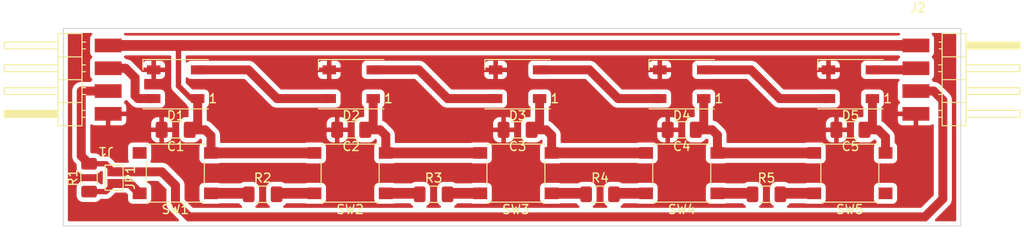
<source format=kicad_pcb>
(kicad_pcb (version 20210108) (generator pcbnew)
  (layers (0 "F.Cu" signal) (31 "B.Cu" signal) (34 "B.Paste" user) (35 "F.Paste" user) (36 "B.SilkS" user "B.Silkscreen") (37 "F.SilkS" user "F.Silkscreen") (38 "B.Mask" user) (39 "F.Mask" user) (44 "Edge.Cuts" user))
  (net 0 "")
  (net 1 "GND")
  (net 2 "+5V")
  (net 3 "Net-(D1-Pad2)")
  (net 4 "LedIn")
  (net 5 "Net-(D2-Pad2)")
  (net 6 "Net-(D3-Pad2)")
  (net 7 "Net-(D4-Pad2)")
  (net 8 "LedOut")
  (net 9 "Signal")
  (net 10 "Net-(JP1-Pad2)")
  (net 11 "Net-(R2-Pad2)")
  (net 12 "Net-(R3-Pad2)")
  (net 13 "Net-(R4-Pad2)")
  (net 14 "Net-(R5-Pad2)")
  (footprint "Resistor_SMD:R_1206_3216Metric_Pad1.30x1.75mm_HandSolder" (layer "F.Cu") (at 141.26218 105.482107)
    (fp_text reference "R3" (at 0 -1.82) (layer "F.SilkS"))
    (fp_text value "1K")
    (fp_line (start -0.727064 -0.91) (end 0.727064 -0.91) (layer "F.SilkS") (width 0.12))
    (fp_line (start -0.727064 0.91) (end 0.727064 0.91) (layer "F.SilkS") (width 0.12))
    (pad "1" smd roundrect (at -1.55 0) (size 1.3 1.75) (layers "F.Cu" "F.Paste" "F.Mask") (roundrect_rratio 0.1923076923076923) (net 11 "Net-(R2-Pad2)"))
    (pad "2" smd roundrect (at 1.55 0) (size 1.3 1.75) (layers "F.Cu" "F.Paste" "F.Mask") (roundrect_rratio 0.1923076923076923) (net 12 "Net-(R3-Pad2)"))
  )
  (footprint "LED_SMD:LED_WS2812B_PLCC4_5.0x5.0mm_P3.2mm" (layer "F.Cu") (at 132.08 93.218 180)
    (fp_text reference "D2" (at 0 -3.5) (layer "F.SilkS"))
    (fp_text value "WS2812B")
    (fp_text user "1" (at -4.15 -1.6) (layer "F.SilkS"))
    (fp_line (start -3.65 2.75) (end 3.65 2.75) (layer "F.SilkS") (width 0.12))
    (fp_line (start 3.65 2.75) (end 3.65 1.6) (layer "F.SilkS") (width 0.12))
    (fp_line (start -3.65 -2.75) (end 3.65 -2.75) (layer "F.SilkS") (width 0.12))
    (pad "1" smd rect (at -2.45 -1.6 180) (size 1.5 1) (layers "F.Cu" "F.Paste" "F.Mask") (net 2 "+5V"))
    (pad "2" smd rect (at -2.45 1.6 180) (size 1.5 1) (layers "F.Cu" "F.Paste" "F.Mask") (net 5 "Net-(D2-Pad2)"))
    (pad "3" smd rect (at 2.45 1.6 180) (size 1.5 1) (layers "F.Cu" "F.Paste" "F.Mask") (net 1 "GND"))
    (pad "4" smd rect (at 2.45 -1.6 180) (size 1.5 1) (layers "F.Cu" "F.Paste" "F.Mask") (net 3 "Net-(D1-Pad2)"))
  )
  (footprint "Resistor_SMD:R_1206_3216Metric_Pad1.30x1.75mm_HandSolder" (layer "F.Cu") (at 122.21218 105.482107)
    (fp_text reference "R2" (at 0 -1.82) (layer "F.SilkS"))
    (fp_text value "1K")
    (fp_line (start -0.727064 0.91) (end 0.727064 0.91) (layer "F.SilkS") (width 0.12))
    (fp_line (start -0.727064 -0.91) (end 0.727064 -0.91) (layer "F.SilkS") (width 0.12))
    (pad "1" smd roundrect (at -1.55 0) (size 1.3 1.75) (layers "F.Cu" "F.Paste" "F.Mask") (roundrect_rratio 0.1923076923076923) (net 10 "Net-(JP1-Pad2)"))
    (pad "2" smd roundrect (at 1.55 0) (size 1.3 1.75) (layers "F.Cu" "F.Paste" "F.Mask") (roundrect_rratio 0.1923076923076923) (net 11 "Net-(R2-Pad2)"))
  )
  (footprint "Button_Switch_SMD:SW_Push_1P1T_NO_6x6mm_H9.5mm" (layer "F.Cu") (at 187.64 103.124 180)
    (fp_text reference "SW5" (at 0 -4.05) (layer "F.SilkS"))
    (fp_text value "SW_DIP_x01")
    (fp_line (start -3.23 -3.23) (end 3.23 -3.23) (layer "F.SilkS") (width 0.12))
    (fp_line (start -3.23 -3.2) (end -3.23 -3.23) (layer "F.SilkS") (width 0.12))
    (fp_line (start -3.23 3.23) (end -3.23 3.2) (layer "F.SilkS") (width 0.12))
    (fp_line (start 3.23 3.23) (end 3.23 3.2) (layer "F.SilkS") (width 0.12))
    (fp_line (start -3.23 3.23) (end 3.23 3.23) (layer "F.SilkS") (width 0.12))
    (fp_line (start -3.23 -1.3) (end -3.23 1.3) (layer "F.SilkS") (width 0.12))
    (fp_line (start 3.23 -3.23) (end 3.23 -3.2) (layer "F.SilkS") (width 0.12))
    (fp_line (start 3.23 -1.3) (end 3.23 1.3) (layer "F.SilkS") (width 0.12))
    (pad "1" smd rect (at -3.975 -2.25 180) (size 1.55 1.3) (layers "F.Cu" "F.Paste" "F.Mask") (net 14 "Net-(R5-Pad2)"))
    (pad "1" smd rect (at 3.975 -2.25 180) (size 1.55 1.3) (layers "F.Cu" "F.Paste" "F.Mask") (net 14 "Net-(R5-Pad2)"))
    (pad "2" smd rect (at -3.975 2.25 180) (size 1.55 1.3) (layers "F.Cu" "F.Paste" "F.Mask") (net 2 "+5V"))
    (pad "2" smd rect (at 3.975 2.25 180) (size 1.55 1.3) (layers "F.Cu" "F.Paste" "F.Mask") (net 2 "+5V"))
  )
  (footprint "LED_SMD:LED_WS2812B_PLCC4_5.0x5.0mm_P3.2mm" (layer "F.Cu") (at 112.522 93.218 180)
    (fp_text reference "D1" (at 0 -3.5) (layer "F.SilkS"))
    (fp_text value "WS2812B")
    (fp_text user "1" (at -4.15 -1.6) (layer "F.SilkS"))
    (fp_line (start -3.65 2.75) (end 3.65 2.75) (layer "F.SilkS") (width 0.12))
    (fp_line (start -3.65 -2.75) (end 3.65 -2.75) (layer "F.SilkS") (width 0.12))
    (fp_line (start 3.65 2.75) (end 3.65 1.6) (layer "F.SilkS") (width 0.12))
    (pad "1" smd rect (at -2.45 -1.6 180) (size 1.5 1) (layers "F.Cu" "F.Paste" "F.Mask") (net 2 "+5V"))
    (pad "2" smd rect (at -2.45 1.6 180) (size 1.5 1) (layers "F.Cu" "F.Paste" "F.Mask") (net 3 "Net-(D1-Pad2)"))
    (pad "3" smd rect (at 2.45 1.6 180) (size 1.5 1) (layers "F.Cu" "F.Paste" "F.Mask") (net 1 "GND"))
    (pad "4" smd rect (at 2.45 -1.6 180) (size 1.5 1) (layers "F.Cu" "F.Paste" "F.Mask") (net 4 "LedIn"))
  )
  (footprint "Capacitor_SMD:C_1206_3216Metric_Pad1.33x1.80mm_HandSolder" (layer "F.Cu") (at 150.622 98.298 180)
    (fp_text reference "C3" (at 0 -1.85) (layer "F.SilkS"))
    (fp_text value "C")
    (fp_line (start -0.711252 0.91) (end 0.711252 0.91) (layer "F.SilkS") (width 0.12))
    (fp_line (start -0.711252 -0.91) (end 0.711252 -0.91) (layer "F.SilkS") (width 0.12))
    (pad "1" smd roundrect (at -1.5625 0 180) (size 1.325 1.8) (layers "F.Cu" "F.Paste" "F.Mask") (roundrect_rratio 0.1886792452830189) (net 2 "+5V"))
    (pad "2" smd roundrect (at 1.5625 0 180) (size 1.325 1.8) (layers "F.Cu" "F.Paste" "F.Mask") (roundrect_rratio 0.1886792452830189) (net 1 "GND"))
  )
  (footprint "Button_Switch_SMD:SW_Push_1P1T_NO_6x6mm_H9.5mm" (layer "F.Cu") (at 131.958 103.124 180)
    (fp_text reference "SW2" (at 0 -4.05) (layer "F.SilkS"))
    (fp_text value "SW_DIP_x01")
    (fp_line (start -3.23 -3.23) (end 3.23 -3.23) (layer "F.SilkS") (width 0.12))
    (fp_line (start -3.23 3.23) (end -3.23 3.2) (layer "F.SilkS") (width 0.12))
    (fp_line (start 3.23 3.23) (end 3.23 3.2) (layer "F.SilkS") (width 0.12))
    (fp_line (start 3.23 -3.23) (end 3.23 -3.2) (layer "F.SilkS") (width 0.12))
    (fp_line (start -3.23 -1.3) (end -3.23 1.3) (layer "F.SilkS") (width 0.12))
    (fp_line (start -3.23 3.23) (end 3.23 3.23) (layer "F.SilkS") (width 0.12))
    (fp_line (start -3.23 -3.2) (end -3.23 -3.23) (layer "F.SilkS") (width 0.12))
    (fp_line (start 3.23 -1.3) (end 3.23 1.3) (layer "F.SilkS") (width 0.12))
    (pad "1" smd rect (at 3.975 -2.25 180) (size 1.55 1.3) (layers "F.Cu" "F.Paste" "F.Mask") (net 11 "Net-(R2-Pad2)"))
    (pad "1" smd rect (at -3.975 -2.25 180) (size 1.55 1.3) (layers "F.Cu" "F.Paste" "F.Mask") (net 11 "Net-(R2-Pad2)"))
    (pad "2" smd rect (at 3.975 2.25 180) (size 1.55 1.3) (layers "F.Cu" "F.Paste" "F.Mask") (net 2 "+5V"))
    (pad "2" smd rect (at -3.975 2.25 180) (size 1.55 1.3) (layers "F.Cu" "F.Paste" "F.Mask") (net 2 "+5V"))
  )
  (footprint "Resistor_SMD:R_1206_3216Metric_Pad1.30x1.75mm_HandSolder" (layer "F.Cu") (at 178.34618 105.482107)
    (fp_text reference "R5" (at 0 -1.82) (layer "F.SilkS"))
    (fp_text value "1K")
    (fp_line (start -0.727064 -0.91) (end 0.727064 -0.91) (layer "F.SilkS") (width 0.12))
    (fp_line (start -0.727064 0.91) (end 0.727064 0.91) (layer "F.SilkS") (width 0.12))
    (pad "1" smd roundrect (at -1.55 0) (size 1.3 1.75) (layers "F.Cu" "F.Paste" "F.Mask") (roundrect_rratio 0.1923076923076923) (net 13 "Net-(R4-Pad2)"))
    (pad "2" smd roundrect (at 1.55 0) (size 1.3 1.75) (layers "F.Cu" "F.Paste" "F.Mask") (roundrect_rratio 0.1923076923076923) (net 14 "Net-(R5-Pad2)"))
  )
  (footprint "LED_SMD:LED_WS2812B_PLCC4_5.0x5.0mm_P3.2mm" (layer "F.Cu") (at 150.622 93.218 180)
    (fp_text reference "D3" (at 0 -3.5) (layer "F.SilkS"))
    (fp_text value "WS2812B")
    (fp_text user "1" (at -4.15 -1.6) (layer "F.SilkS"))
    (fp_line (start -3.65 -2.75) (end 3.65 -2.75) (layer "F.SilkS") (width 0.12))
    (fp_line (start -3.65 2.75) (end 3.65 2.75) (layer "F.SilkS") (width 0.12))
    (fp_line (start 3.65 2.75) (end 3.65 1.6) (layer "F.SilkS") (width 0.12))
    (pad "1" smd rect (at -2.45 -1.6 180) (size 1.5 1) (layers "F.Cu" "F.Paste" "F.Mask") (net 2 "+5V"))
    (pad "2" smd rect (at -2.45 1.6 180) (size 1.5 1) (layers "F.Cu" "F.Paste" "F.Mask") (net 6 "Net-(D3-Pad2)"))
    (pad "3" smd rect (at 2.45 1.6 180) (size 1.5 1) (layers "F.Cu" "F.Paste" "F.Mask") (net 1 "GND"))
    (pad "4" smd rect (at 2.45 -1.6 180) (size 1.5 1) (layers "F.Cu" "F.Paste" "F.Mask") (net 5 "Net-(D2-Pad2)"))
  )
  (footprint "Capacitor_SMD:C_1206_3216Metric_Pad1.33x1.80mm_HandSolder" (layer "F.Cu") (at 168.91 98.298 180)
    (fp_text reference "C4" (at 0 -1.85) (layer "F.SilkS"))
    (fp_text value "C")
    (fp_line (start -0.711252 -0.91) (end 0.711252 -0.91) (layer "F.SilkS") (width 0.12))
    (fp_line (start -0.711252 0.91) (end 0.711252 0.91) (layer "F.SilkS") (width 0.12))
    (pad "1" smd roundrect (at -1.5625 0 180) (size 1.325 1.8) (layers "F.Cu" "F.Paste" "F.Mask") (roundrect_rratio 0.1886792452830189) (net 2 "+5V"))
    (pad "2" smd roundrect (at 1.5625 0 180) (size 1.325 1.8) (layers "F.Cu" "F.Paste" "F.Mask") (roundrect_rratio 0.1886792452830189) (net 1 "GND"))
  )
  (footprint "BarbaLib:PinHeader_1x04_22.54mm_Horizontal_SMD_Line" (layer "F.Cu") (at 195 88.9)
    (fp_text reference "J2" (at 0.242711 -4.213321 unlocked) (layer "F.SilkS"))
    (fp_text value "Conn_01x04")
    (fp_line (start 2.917781 -1.332849) (end 2.917781 8.947151) (layer "F.SilkS") (width 0.12))
    (fp_line (start 11.577781 7.997151) (end 5.577781 7.997151) (layer "F.SilkS") (width 0.12))
    (fp_line (start 11.577781 4.697151) (end 11.577781 5.457151) (layer "F.SilkS") (width 0.12))
    (fp_line (start 5.577781 7.237151) (end 11.577781 7.237151) (layer "F.SilkS") (width 0.12))
    (fp_line (start 2.52071 4.697151) (end 2.917781 4.697151) (layer "F.SilkS") (width 0.12))
    (fp_line (start 5.577781 -0.382849) (end 11.577781 -0.382849) (layer "F.SilkS") (width 0.12))
    (fp_line (start 5.577781 2.157151) (end 11.577781 2.157151) (layer "F.SilkS") (width 0.12))
    (fp_line (start 2.52071 7.237151) (end 2.917781 7.237151) (layer "F.SilkS") (width 0.12))
    (fp_line (start 5.577781 0.157151) (end 11.577781 0.157151) (layer "F.SilkS") (width 0.12))
    (fp_line (start 5.577781 -0.322849) (end 11.577781 -0.322849) (layer "F.SilkS") (width 0.12))
    (fp_line (start 11.577781 -0.382849) (end 11.577781 0.377151) (layer "F.SilkS") (width 0.12))
    (fp_line (start 2.917781 8.947151) (end 5.577781 8.947151) (layer "F.SilkS") (width 0.12))
    (fp_line (start 5.577781 8.947151) (end 5.577781 -1.332849) (layer "F.SilkS") (width 0.12))
    (fp_line (start 2.587781 -0.382849) (end 2.917781 -0.382849) (layer "F.SilkS") (width 0.12))
    (fp_line (start 5.577781 -0.202849) (end 11.577781 -0.202849) (layer "F.SilkS") (width 0.12))
    (fp_line (start 5.577781 4.697151) (end 11.577781 4.697151) (layer "F.SilkS") (width 0.12))
    (fp_line (start 2.52071 2.157151) (end 2.917781 2.157151) (layer "F.SilkS") (width 0.12))
    (fp_line (start 2.917781 3.807151) (end 5.577781 3.807151) (layer "F.SilkS") (width 0.12))
    (fp_line (start 11.577781 7.237151) (end 11.577781 7.997151) (layer "F.SilkS") (width 0.12))
    (fp_line (start 5.577781 0.037151) (end 11.577781 0.037151) (layer "F.SilkS") (width 0.12))
    (fp_line (start 2.52071 7.997151) (end 2.917781 7.997151) (layer "F.SilkS") (width 0.12))
    (fp_line (start 11.577781 0.377151) (end 5.577781 0.377151) (layer "F.SilkS") (width 0.12))
    (fp_line (start 11.577781 5.457151) (end 5.577781 5.457151) (layer "F.SilkS") (width 0.12))
    (fp_line (start 11.577781 2.157151) (end 11.577781 2.917151) (layer "F.SilkS") (width 0.12))
    (fp_line (start 5.577781 0.277151) (end 11.577781 0.277151) (layer "F.SilkS") (width 0.12))
    (fp_line (start 2.917781 6.347151) (end 5.577781 6.347151) (layer "F.SilkS") (width 0.12))
    (fp_line (start 2.52071 5.457151) (end 2.917781 5.457151) (layer "F.SilkS") (width 0.12))
    (fp_line (start 2.587781 0.377151) (end 2.917781 0.377151) (layer "F.SilkS") (width 0.12))
    (fp_line (start 2.917781 1.267151) (end 5.577781 1.267151) (layer "F.SilkS") (width 0.12))
    (fp_line (start 11.577781 2.917151) (end 5.577781 2.917151) (layer "F.SilkS") (width 0.12))
    (fp_line (start 5.577781 -1.332849) (end 2.917781 -1.332849) (layer "F.SilkS") (width 0.12))
    (fp_line (start 2.52071 2.917151) (end 2.917781 2.917151) (layer "F.SilkS") (width 0.12))
    (fp_line (start 5.577781 -0.082849) (end 11.577781 -0.082849) (layer "F.SilkS") (width 0.12))
    (pad "1" smd rect (at 0 0) (size 3 1.524) (layers "F.Cu" "F.Paste" "F.Mask") (net 2 "+5V"))
    (pad "2" smd rect (at 0 2.54) (size 3 1.524) (layers "F.Cu" "F.Paste" "F.Mask") (net 8 "LedOut"))
    (pad "3" smd rect (at 0 5.08) (size 3 1.524) (layers "F.Cu" "F.Paste" "F.Mask") (net 9 "Signal"))
    (pad "4" smd rect (at 0 7.62) (size 3 1.524) (layers "F.Cu" "F.Paste" "F.Mask") (net 1 "GND"))
  )
  (footprint "Capacitor_SMD:C_1206_3216Metric_Pad1.33x1.80mm_HandSolder" (layer "F.Cu") (at 187.706 98.298 180)
    (fp_text reference "C5" (at 0 -1.85) (layer "F.SilkS"))
    (fp_text value "C")
    (fp_line (start -0.711252 0.91) (end 0.711252 0.91) (layer "F.SilkS") (width 0.12))
    (fp_line (start -0.711252 -0.91) (end 0.711252 -0.91) (layer "F.SilkS") (width 0.12))
    (pad "1" smd roundrect (at -1.5625 0 180) (size 1.325 1.8) (layers "F.Cu" "F.Paste" "F.Mask") (roundrect_rratio 0.1886792452830189) (net 2 "+5V"))
    (pad "2" smd roundrect (at 1.5625 0 180) (size 1.325 1.8) (layers "F.Cu" "F.Paste" "F.Mask") (roundrect_rratio 0.1886792452830189) (net 1 "GND"))
  )
  (footprint "Button_Switch_SMD:SW_Push_1P1T_NO_6x6mm_H9.5mm" (layer "F.Cu") (at 168.91 103.124 180)
    (fp_text reference "SW4" (at 0 -4.05) (layer "F.SilkS"))
    (fp_text value "SW_DIP_x01")
    (fp_line (start 3.23 -3.23) (end 3.23 -3.2) (layer "F.SilkS") (width 0.12))
    (fp_line (start -3.23 -3.23) (end 3.23 -3.23) (layer "F.SilkS") (width 0.12))
    (fp_line (start -3.23 -3.2) (end -3.23 -3.23) (layer "F.SilkS") (width 0.12))
    (fp_line (start -3.23 3.23) (end -3.23 3.2) (layer "F.SilkS") (width 0.12))
    (fp_line (start 3.23 3.23) (end 3.23 3.2) (layer "F.SilkS") (width 0.12))
    (fp_line (start 3.23 -1.3) (end 3.23 1.3) (layer "F.SilkS") (width 0.12))
    (fp_line (start -3.23 -1.3) (end -3.23 1.3) (layer "F.SilkS") (width 0.12))
    (fp_line (start -3.23 3.23) (end 3.23 3.23) (layer "F.SilkS") (width 0.12))
    (pad "1" smd rect (at 3.975 -2.25 180) (size 1.55 1.3) (layers "F.Cu" "F.Paste" "F.Mask") (net 13 "Net-(R4-Pad2)"))
    (pad "1" smd rect (at -3.975 -2.25 180) (size 1.55 1.3) (layers "F.Cu" "F.Paste" "F.Mask") (net 13 "Net-(R4-Pad2)"))
    (pad "2" smd rect (at -3.975 2.25 180) (size 1.55 1.3) (layers "F.Cu" "F.Paste" "F.Mask") (net 2 "+5V"))
    (pad "2" smd rect (at 3.975 2.25 180) (size 1.55 1.3) (layers "F.Cu" "F.Paste" "F.Mask") (net 2 "+5V"))
  )
  (footprint "Button_Switch_SMD:SW_Push_1P1T_NO_6x6mm_H9.5mm" (layer "F.Cu") (at 112.482 103.124 180)
    (fp_text reference "SW1" (at 0 -4.05) (layer "F.SilkS"))
    (fp_text value "SW_DIP_x01")
    (fp_line (start 3.23 3.23) (end 3.23 3.2) (layer "F.SilkS") (width 0.12))
    (fp_line (start 3.23 -3.23) (end 3.23 -3.2) (layer "F.SilkS") (width 0.12))
    (fp_line (start 3.23 -1.3) (end 3.23 1.3) (layer "F.SilkS") (width 0.12))
    (fp_line (start -3.23 -3.2) (end -3.23 -3.23) (layer "F.SilkS") (width 0.12))
    (fp_line (start -3.23 -1.3) (end -3.23 1.3) (layer "F.SilkS") (width 0.12))
    (fp_line (start -3.23 -3.23) (end 3.23 -3.23) (layer "F.SilkS") (width 0.12))
    (fp_line (start -3.23 3.23) (end -3.23 3.2) (layer "F.SilkS") (width 0.12))
    (fp_line (start -3.23 3.23) (end 3.23 3.23) (layer "F.SilkS") (width 0.12))
    (pad "1" smd rect (at -3.975 -2.25 180) (size 1.55 1.3) (layers "F.Cu" "F.Paste" "F.Mask") (net 10 "Net-(JP1-Pad2)"))
    (pad "1" smd rect (at 3.975 -2.25 180) (size 1.55 1.3) (layers "F.Cu" "F.Paste" "F.Mask") (net 10 "Net-(JP1-Pad2)"))
    (pad "2" smd rect (at 3.975 2.25 180) (size 1.55 1.3) (layers "F.Cu" "F.Paste" "F.Mask") (net 2 "+5V"))
    (pad "2" smd rect (at -3.975 2.25 180) (size 1.55 1.3) (layers "F.Cu" "F.Paste" "F.Mask") (net 2 "+5V"))
  )
  (footprint "Jumper:SolderJumper-2_P1.3mm_Open_Pad1.0x1.5mm" (layer "F.Cu") (at 105.664 103.632 -90)
    (fp_text reference "JP1" (at 0 -1.8 90) (layer "F.SilkS"))
    (fp_text value "Jumper_NO_Small")
    (fp_line (start 1.4 1) (end -1.4 1) (layer "F.SilkS") (width 0.12))
    (fp_line (start 1.4 -1) (end 1.4 1) (layer "F.SilkS") (width 0.12))
    (fp_line (start -1.4 1) (end -1.4 -1) (layer "F.SilkS") (width 0.12))
    (fp_line (start -1.4 -1) (end 1.4 -1) (layer "F.SilkS") (width 0.12))
    (pad "1" smd rect (at -0.65 0 270) (size 1 1.5) (layers "F.Cu" "F.Mask") (net 9 "Signal"))
    (pad "2" smd rect (at 0.65 0 270) (size 1 1.5) (layers "F.Cu" "F.Mask") (net 10 "Net-(JP1-Pad2)"))
  )
  (footprint "LED_SMD:LED_WS2812B_PLCC4_5.0x5.0mm_P3.2mm" (layer "F.Cu") (at 168.91 93.218 180)
    (fp_text reference "D4" (at 0 -3.5) (layer "F.SilkS"))
    (fp_text value "WS2812B")
    (fp_text user "1" (at -4.15 -1.6) (layer "F.SilkS"))
    (fp_line (start -3.65 -2.75) (end 3.65 -2.75) (layer "F.SilkS") (width 0.12))
    (fp_line (start 3.65 2.75) (end 3.65 1.6) (layer "F.SilkS") (width 0.12))
    (fp_line (start -3.65 2.75) (end 3.65 2.75) (layer "F.SilkS") (width 0.12))
    (pad "1" smd rect (at -2.45 -1.6 180) (size 1.5 1) (layers "F.Cu" "F.Paste" "F.Mask") (net 2 "+5V"))
    (pad "2" smd rect (at -2.45 1.6 180) (size 1.5 1) (layers "F.Cu" "F.Paste" "F.Mask") (net 7 "Net-(D4-Pad2)"))
    (pad "3" smd rect (at 2.45 1.6 180) (size 1.5 1) (layers "F.Cu" "F.Paste" "F.Mask") (net 1 "GND"))
    (pad "4" smd rect (at 2.45 -1.6 180) (size 1.5 1) (layers "F.Cu" "F.Paste" "F.Mask") (net 6 "Net-(D3-Pad2)"))
  )
  (footprint "LED_SMD:LED_WS2812B_PLCC4_5.0x5.0mm_P3.2mm" (layer "F.Cu") (at 187.706 93.218 180)
    (fp_text reference "D5" (at 0 -3.5) (layer "F.SilkS"))
    (fp_text value "WS2812B")
    (fp_text user "1" (at -4.15 -1.6) (layer "F.SilkS"))
    (fp_line (start -3.65 2.75) (end 3.65 2.75) (layer "F.SilkS") (width 0.12))
    (fp_line (start -3.65 -2.75) (end 3.65 -2.75) (layer "F.SilkS") (width 0.12))
    (fp_line (start 3.65 2.75) (end 3.65 1.6) (layer "F.SilkS") (width 0.12))
    (pad "1" smd rect (at -2.45 -1.6 180) (size 1.5 1) (layers "F.Cu" "F.Paste" "F.Mask") (net 2 "+5V"))
    (pad "2" smd rect (at -2.45 1.6 180) (size 1.5 1) (layers "F.Cu" "F.Paste" "F.Mask") (net 8 "LedOut"))
    (pad "3" smd rect (at 2.45 1.6 180) (size 1.5 1) (layers "F.Cu" "F.Paste" "F.Mask") (net 1 "GND"))
    (pad "4" smd rect (at 2.45 -1.6 180) (size 1.5 1) (layers "F.Cu" "F.Paste" "F.Mask") (net 7 "Net-(D4-Pad2)"))
  )
  (footprint "Capacitor_SMD:C_1206_3216Metric_Pad1.33x1.80mm_HandSolder" (layer "F.Cu") (at 132.08 98.298 180)
    (fp_text reference "C2" (at 0 -1.85) (layer "F.SilkS"))
    (fp_text value "C")
    (fp_line (start -0.711252 -0.91) (end 0.711252 -0.91) (layer "F.SilkS") (width 0.12))
    (fp_line (start -0.711252 0.91) (end 0.711252 0.91) (layer "F.SilkS") (width 0.12))
    (pad "1" smd roundrect (at -1.5625 0 180) (size 1.325 1.8) (layers "F.Cu" "F.Paste" "F.Mask") (roundrect_rratio 0.1886792452830189) (net 2 "+5V"))
    (pad "2" smd roundrect (at 1.5625 0 180) (size 1.325 1.8) (layers "F.Cu" "F.Paste" "F.Mask") (roundrect_rratio 0.1886792452830189) (net 1 "GND"))
  )
  (footprint "BarbaLib:PinHeader_1x04_22.54mm_Horizontal_SMD_Line" (layer "F.Cu") (at 105 96.52 180)
    (fp_text reference "J1" (at 0.242711 -4.213321 180 unlocked) (layer "F.SilkS"))
    (fp_text value "Conn_01x04")
    (fp_line (start 2.52071 4.697151) (end 2.917781 4.697151) (layer "F.SilkS") (width 0.12))
    (fp_line (start 5.577781 8.947151) (end 5.577781 -1.332849) (layer "F.SilkS") (width 0.12))
    (fp_line (start 2.917781 -1.332849) (end 2.917781 8.947151) (layer "F.SilkS") (width 0.12))
    (fp_line (start 2.52071 2.917151) (end 2.917781 2.917151) (layer "F.SilkS") (width 0.12))
    (fp_line (start 5.577781 -0.322849) (end 11.577781 -0.322849) (layer "F.SilkS") (width 0.12))
    (fp_line (start 5.577781 2.157151) (end 11.577781 2.157151) (layer "F.SilkS") (width 0.12))
    (fp_line (start 2.52071 2.157151) (end 2.917781 2.157151) (layer "F.SilkS") (width 0.12))
    (fp_line (start 2.917781 3.807151) (end 5.577781 3.807151) (layer "F.SilkS") (width 0.12))
    (fp_line (start 5.577781 0.157151) (end 11.577781 0.157151) (layer "F.SilkS") (width 0.12))
    (fp_line (start 2.917781 8.947151) (end 5.577781 8.947151) (layer "F.SilkS") (width 0.12))
    (fp_line (start 11.577781 7.997151) (end 5.577781 7.997151) (layer "F.SilkS") (width 0.12))
    (fp_line (start 5.577781 -0.082849) (end 11.577781 -0.082849) (layer "F.SilkS") (width 0.12))
    (fp_line (start 11.577781 2.917151) (end 5.577781 2.917151) (layer "F.SilkS") (width 0.12))
    (fp_line (start 5.577781 4.697151) (end 11.577781 4.697151) (layer "F.SilkS") (width 0.12))
    (fp_line (start 2.587781 0.377151) (end 2.917781 0.377151) (layer "F.SilkS") (width 0.12))
    (fp_line (start 2.917781 1.267151) (end 5.577781 1.267151) (layer "F.SilkS") (width 0.12))
    (fp_line (start 5.577781 0.037151) (end 11.577781 0.037151) (layer "F.SilkS") (width 0.12))
    (fp_line (start 11.577781 2.157151) (end 11.577781 2.917151) (layer "F.SilkS") (width 0.12))
    (fp_line (start 11.577781 4.697151) (end 11.577781 5.457151) (layer "F.SilkS") (width 0.12))
    (fp_line (start 2.52071 7.237151) (end 2.917781 7.237151) (layer "F.SilkS") (width 0.12))
    (fp_line (start 11.577781 -0.382849) (end 11.577781 0.377151) (layer "F.SilkS") (width 0.12))
    (fp_line (start 11.577781 5.457151) (end 5.577781 5.457151) (layer "F.SilkS") (width 0.12))
    (fp_line (start 2.52071 5.457151) (end 2.917781 5.457151) (layer "F.SilkS") (width 0.12))
    (fp_line (start 5.577781 -0.202849) (end 11.577781 -0.202849) (layer "F.SilkS") (width 0.12))
    (fp_line (start 11.577781 7.237151) (end 11.577781 7.997151) (layer "F.SilkS") (width 0.12))
    (fp_line (start 5.577781 -0.382849) (end 11.577781 -0.382849) (layer "F.SilkS") (width 0.12))
    (fp_line (start 5.577781 0.277151) (end 11.577781 0.277151) (layer "F.SilkS") (width 0.12))
    (fp_line (start 2.52071 7.997151) (end 2.917781 7.997151) (layer "F.SilkS") (width 0.12))
    (fp_line (start 5.577781 -1.332849) (end 2.917781 -1.332849) (layer "F.SilkS") (width 0.12))
    (fp_line (start 2.917781 6.347151) (end 5.577781 6.347151) (layer "F.SilkS") (width 0.12))
    (fp_line (start 5.577781 7.237151) (end 11.577781 7.237151) (layer "F.SilkS") (width 0.12))
    (fp_line (start 2.587781 -0.382849) (end 2.917781 -0.382849) (layer "F.SilkS") (width 0.12))
    (fp_line (start 11.577781 0.377151) (end 5.577781 0.377151) (layer "F.SilkS") (width 0.12))
    (pad "1" smd rect (at 0 0 180) (size 3 1.524) (layers "F.Cu" "F.Paste" "F.Mask") (net 1 "GND"))
    (pad "2" smd rect (at 0 2.54 180) (size 3 1.524) (layers "F.Cu" "F.Paste" "F.Mask") (net 9 "Signal"))
    (pad "3" smd rect (at 0 5.08 180) (size 3 1.524) (layers "F.Cu" "F.Paste" "F.Mask") (net 4 "LedIn"))
    (pad "4" smd rect (at 0 7.62 180) (size 3 1.524) (layers "F.Cu" "F.Paste" "F.Mask") (net 2 "+5V"))
  )
  (footprint "Button_Switch_SMD:SW_Push_1P1T_NO_6x6mm_H9.5mm" (layer "F.Cu") (at 150.434 103.124 180)
    (fp_text reference "SW3" (at 0 -4.05) (layer "F.SilkS"))
    (fp_text value "SW_DIP_x01")
    (fp_line (start 3.23 3.23) (end 3.23 3.2) (layer "F.SilkS") (width 0.12))
    (fp_line (start -3.23 -3.2) (end -3.23 -3.23) (layer "F.SilkS") (width 0.12))
    (fp_line (start -3.23 -3.23) (end 3.23 -3.23) (layer "F.SilkS") (width 0.12))
    (fp_line (start -3.23 3.23) (end 3.23 3.23) (layer "F.SilkS") (width 0.12))
    (fp_line (start -3.23 -1.3) (end -3.23 1.3) (layer "F.SilkS") (width 0.12))
    (fp_line (start 3.23 -3.23) (end 3.23 -3.2) (layer "F.SilkS") (width 0.12))
    (fp_line (start -3.23 3.23) (end -3.23 3.2) (layer "F.SilkS") (width 0.12))
    (fp_line (start 3.23 -1.3) (end 3.23 1.3) (layer "F.SilkS") (width 0.12))
    (pad "1" smd rect (at -3.975 -2.25 180) (size 1.55 1.3) (layers "F.Cu" "F.Paste" "F.Mask") (net 12 "Net-(R3-Pad2)"))
    (pad "1" smd rect (at 3.975 -2.25 180) (size 1.55 1.3) (layers "F.Cu" "F.Paste" "F.Mask") (net 12 "Net-(R3-Pad2)"))
    (pad "2" smd rect (at 3.975 2.25 180) (size 1.55 1.3) (layers "F.Cu" "F.Paste" "F.Mask") (net 2 "+5V"))
    (pad "2" smd rect (at -3.975 2.25 180) (size 1.55 1.3) (layers "F.Cu" "F.Paste" "F.Mask") (net 2 "+5V"))
  )
  (footprint "Resistor_SMD:R_1206_3216Metric_Pad1.30x1.75mm_HandSolder" (layer "F.Cu") (at 159.80418 105.482107)
    (fp_text reference "R4" (at 0 -1.82) (layer "F.SilkS"))
    (fp_text value "1K")
    (fp_line (start -0.727064 0.91) (end 0.727064 0.91) (layer "F.SilkS") (width 0.12))
    (fp_line (start -0.727064 -0.91) (end 0.727064 -0.91) (layer "F.SilkS") (width 0.12))
    (pad "1" smd roundrect (at -1.55 0) (size 1.3 1.75) (layers "F.Cu" "F.Paste" "F.Mask") (roundrect_rratio 0.1923076923076923) (net 12 "Net-(R3-Pad2)"))
    (pad "2" smd roundrect (at 1.55 0) (size 1.3 1.75) (layers "F.Cu" "F.Paste" "F.Mask") (roundrect_rratio 0.1923076923076923) (net 13 "Net-(R4-Pad2)"))
  )
  (footprint "Capacitor_SMD:C_1206_3216Metric_Pad1.33x1.80mm_HandSolder" (layer "F.Cu") (at 112.522 98.298 180)
    (fp_text reference "C1" (at 0 -1.85) (layer "F.SilkS"))
    (fp_text value "C")
    (fp_line (start -0.711252 -0.91) (end 0.711252 -0.91) (layer "F.SilkS") (width 0.12))
    (fp_line (start -0.711252 0.91) (end 0.711252 0.91) (layer "F.SilkS") (width 0.12))
    (pad "1" smd roundrect (at -1.5625 0 180) (size 1.325 1.8) (layers "F.Cu" "F.Paste" "F.Mask") (roundrect_rratio 0.1886792452830189) (net 2 "+5V"))
    (pad "2" smd roundrect (at 1.5625 0 180) (size 1.325 1.8) (layers "F.Cu" "F.Paste" "F.Mask") (roundrect_rratio 0.1886792452830189) (net 1 "GND"))
  )
  (footprint "Resistor_SMD:R_1206_3216Metric_Pad1.30x1.75mm_HandSolder" (layer "F.Cu") (at 102.87 103.632 90)
    (fp_text reference "R1" (at 0 -1.82 90) (layer "F.SilkS"))
    (fp_text value "5K")
    (fp_line (start -0.727064 -0.91) (end 0.727064 -0.91) (layer "F.SilkS") (width 0.12))
    (fp_line (start -0.727064 0.91) (end 0.727064 0.91) (layer "F.SilkS") (width 0.12))
    (pad "1" smd roundrect (at -1.55 0 90) (size 1.3 1.75) (layers "F.Cu" "F.Paste" "F.Mask") (roundrect_rratio 0.1923076923076923) (net 10 "Net-(JP1-Pad2)"))
    (pad "2" smd roundrect (at 1.55 0 90) (size 1.3 1.75) (layers "F.Cu" "F.Paste" "F.Mask") (roundrect_rratio 0.1923076923076923) (net 9 "Signal"))
  )
  (gr_line (start 200 109) (end 100 109) (layer "Edge.Cuts") (width 0.1))
  (gr_line (start 200 87) (end 200 109) (layer "Edge.Cuts") (width 0.1))
  (gr_line (start 100 87) (end 200 87) (layer "Edge.Cuts") (width 0.1))
  (gr_line (start 100 109) (end 100 87) (layer "Edge.Cuts") (width 0.1))
  (segment (start 195 96.52) (end 193.98 96.52) (width 0.6) (layer "F.Cu") (net 1))
  (segment (start 112.834605 93.417302) (end 112.834605 89.165395) (width 0.6) (layer "F.Cu") (net 2))
  (segment (start 154.409 100.874) (end 154.409 98.909) (width 1) (layer "F.Cu") (net 2))
  (segment (start 152.702 98.298) (end 153.072 97.928) (width 0.6) (layer "F.Cu") (net 2))
  (segment (start 190.798 98.298) (end 189.2685 98.298) (width 1) (layer "F.Cu") (net 2))
  (segment (start 189.702 98.298) (end 190.156 97.844) (width 0.6) (layer "F.Cu") (net 2))
  (segment (start 154.409 98.909) (end 153.798 98.298) (width 1) (layer "F.Cu") (net 2))
  (segment (start 135.933 98.933) (end 135.298 98.298) (width 1) (layer "F.Cu") (net 2))
  (segment (start 153.798 98.298) (end 152.1845 98.298) (width 1) (layer "F.Cu") (net 2))
  (segment (start 134.53 97.97) (end 134.53 94.818) (width 1) (layer "F.Cu") (net 2))
  (segment (start 112.834605 89.165395) (end 113.1 88.9) (width 0.6) (layer "F.Cu") (net 2))
  (segment (start 152.1845 98.298) (end 152.702 98.298) (width 0.6) (layer "F.Cu") (net 2))
  (segment (start 154.409 100.874) (end 164.935 100.874) (width 1.2) (layer "F.Cu") (net 2))
  (segment (start 133.6425 98.298) (end 134.202 98.298) (width 0.6) (layer "F.Cu") (net 2))
  (segment (start 171.36 98.14) (end 171.36 94.818) (width 1) (layer "F.Cu") (net 2))
  (segment (start 135.933 100.874) (end 146.459 100.874) (width 1.2) (layer "F.Cu") (net 2))
  (segment (start 116.457 98.957) (end 115.798 98.298) (width 1) (layer "F.Cu") (net 2))
  (segment (start 114.972 98.028) (end 114.972 94.818) (width 1) (layer "F.Cu") (net 2))
  (segment (start 135.933 100.874) (end 135.933 98.933) (width 1) (layer "F.Cu") (net 2))
  (segment (start 152.1845 98.298) (end 152.202 98.298) (width 0.6) (layer "F.Cu") (net 2))
  (segment (start 191.615 99.115) (end 190.798 98.298) (width 1) (layer "F.Cu") (net 2))
  (segment (start 172.298 98.298) (end 170.4725 98.298) (width 1) (layer "F.Cu") (net 2))
  (segment (start 170.4725 98.298) (end 171.202 98.298) (width 0.6) (layer "F.Cu") (net 2))
  (segment (start 114.0845 98.298) (end 114.702 98.298) (width 0.6) (layer "F.Cu") (net 2))
  (segment (start 172.885 100.874) (end 183.665 100.874) (width 1.2) (layer "F.Cu") (net 2))
  (segment (start 195 88.9) (end 113.1 88.9) (width 1.2) (layer "F.Cu") (net 2))
  (segment (start 172.885 100.874) (end 172.885 98.885) (width 1) (layer "F.Cu") (net 2))
  (segment (start 113.1 88.9) (end 105 88.9) (width 1.2) (layer "F.Cu") (net 2))
  (segment (start 135.298 98.298) (end 133.6425 98.298) (width 1) (layer "F.Cu") (net 2))
  (segment (start 134.202 98.298) (end 134.53 97.97) (width 0.6) (layer "F.Cu") (net 2))
  (segment (start 114.235303 94.818) (end 114.972 94.818) (width 0.6) (layer "F.Cu") (net 2))
  (segment (start 115.798 98.298) (end 114.0845 98.298) (width 1) (layer "F.Cu") (net 2))
  (segment (start 190.156 97.844) (end 190.156 94.818) (width 1) (layer "F.Cu") (net 2))
  (segment (start 171.202 98.298) (end 171.36 98.14) (width 0.6) (layer "F.Cu") (net 2))
  (segment (start 189.2685 98.298) (end 189.702 98.298) (width 0.6) (layer "F.Cu") (net 2))
  (segment (start 116.457 100.874) (end 116.457 98.957) (width 1) (layer "F.Cu") (net 2))
  (segment (start 116.457 100.874) (end 127.983 100.874) (width 1.2) (layer "F.Cu") (net 2))
  (segment (start 191.615 100.874) (end 191.615 99.115) (width 1) (layer "F.Cu") (net 2))
  (segment (start 112.834605 93.417302) (end 114.235303 94.818) (width 0.6) (layer "F.Cu") (net 2))
  (segment (start 153.072 97.928) (end 153.072 94.818) (width 1) (layer "F.Cu") (net 2))
  (segment (start 114.702 98.298) (end 114.972 98.028) (width 1) (layer "F.Cu") (net 2))
  (segment (start 172.885 98.885) (end 172.298 98.298) (width 1) (layer "F.Cu") (net 2))
  (segment (start 123.818 94.818) (end 129.63 94.818) (width 1) (layer "F.Cu") (net 3))
  (segment (start 114.972 91.618) (end 120.618 91.618) (width 1) (layer "F.Cu") (net 3))
  (segment (start 120.618 91.618) (end 123.818 94.818) (width 1) (layer "F.Cu") (net 3))
  (segment (start 108 92.5) (end 108 94.5) (width 1) (layer "F.Cu") (net 4))
  (segment (start 108 94.5) (end 108.318 94.818) (width 1) (layer "F.Cu") (net 4))
  (segment (start 105 91.44) (end 106.94 91.44) (width 1) (layer "F.Cu") (net 4))
  (segment (start 106.94 91.44) (end 108 92.5) (width 1) (layer "F.Cu") (net 4))
  (segment (start 108.318 94.818) (end 110.072 94.818) (width 1) (layer "F.Cu") (net 4))
  (segment (start 134.53 91.618) (end 139.618 91.618) (width 1) (layer "F.Cu") (net 5))
  (segment (start 142.818 94.818) (end 148.172 94.818) (width 1) (layer "F.Cu") (net 5))
  (segment (start 139.618 91.618) (end 142.818 94.818) (width 1) (layer "F.Cu") (net 5))
  (segment (start 153.072 91.618) (end 158.618 91.618) (width 1) (layer "F.Cu") (net 6))
  (segment (start 161.818 94.818) (end 166.46 94.818) (width 1) (layer "F.Cu") (net 6))
  (segment (start 158.618 91.618) (end 161.818 94.818) (width 1) (layer "F.Cu") (net 6))
  (segment (start 171.36 91.618) (end 176.618 91.618) (width 1) (layer "F.Cu") (net 7))
  (segment (start 176.618 91.618) (end 179.818 94.818) (width 1) (layer "F.Cu") (net 7))
  (segment (start 179.818 94.818) (end 185.256 94.818) (width 1) (layer "F.Cu") (net 7))
  (segment (start 193.878 91.618) (end 194.056 91.44) (width 0.6) (layer "F.Cu") (net 8))
  (segment (start 190.156 91.618) (end 194.822 91.618) (width 1) (layer "F.Cu") (net 8))
  (segment (start 194.822 91.618) (end 195 91.44) (width 0.6) (layer "F.Cu") (net 8))
  (segment (start 198 95) (end 196.98 93.98) (width 1) (layer "F.Cu") (net 9))
  (segment (start 114 108) (end 196 108) (width 1) (layer "F.Cu") (net 9))
  (segment (start 196.98 93.98) (end 195 93.98) (width 1) (layer "F.Cu") (net 9))
  (segment (start 102 94) (end 102 101.212) (width 1) (layer "F.Cu") (net 9))
  (segment (start 102.87 102.082) (end 104.764 102.082) (width 0.6) (layer "F.Cu") (net 9))
  (segment (start 102.02 93.98) (end 102 94) (width 0.6) (layer "F.Cu") (net 9))
  (segment (start 104.764 102.082) (end 105.664 102.982) (width 0.6) (layer "F.Cu") (net 9))
  (segment (start 105.664 102.982) (end 110.982 102.982) (width 1) (layer "F.Cu") (net 9))
  (segment (start 196 108) (end 198 106) (width 1) (layer "F.Cu") (net 9))
  (segment (start 105 93.98) (end 102.02 93.98) (width 1) (layer "F.Cu") (net 9))
  (segment (start 112.5 106.5) (end 114 108) (width 1) (layer "F.Cu") (net 9))
  (segment (start 112.5 104.5) (end 112.5 106.5) (width 1) (layer "F.Cu") (net 9))
  (segment (start 198 106) (end 198 95) (width 1) (layer "F.Cu") (net 9))
  (segment (start 102 101.212) (end 102.87 102.082) (width 1) (layer "F.Cu") (net 9))
  (segment (start 110.982 102.982) (end 112.5 104.5) (width 1) (layer "F.Cu") (net 9))
  (segment (start 116.457 105.374) (end 120.554073 105.374) (width 1.2) (layer "F.Cu") (net 10))
  (segment (start 107.415 104.282) (end 108.507 105.374) (width 1) (layer "F.Cu") (net 10))
  (segment (start 105.664 104.282) (end 107.415 104.282) (width 1) (layer "F.Cu") (net 10))
  (segment (start 102.87 105.182) (end 104.764 105.182) (width 0.6) (layer "F.Cu") (net 10))
  (segment (start 104.764 105.182) (end 105.664 104.282) (width 0.6) (layer "F.Cu") (net 10))
  (segment (start 120.554073 105.374) (end 120.66218 105.482107) (width 0.6) (layer "F.Cu") (net 10))
  (segment (start 123.870287 105.374) (end 123.76218 105.482107) (width 0.6) (layer "F.Cu") (net 11))
  (segment (start 135.933 105.374) (end 139.604073 105.374) (width 1.2) (layer "F.Cu") (net 11))
  (segment (start 139.604073 105.374) (end 139.71218 105.482107) (width 0.6) (layer "F.Cu") (net 11))
  (segment (start 127.874893 105.482107) (end 127.983 105.374) (width 0.6) (layer "F.Cu") (net 11))
  (segment (start 127.983 105.374) (end 123.870287 105.374) (width 1.2) (layer "F.Cu") (net 11))
  (segment (start 158.146073 105.374) (end 158.25418 105.482107) (width 0.6) (layer "F.Cu") (net 12))
  (segment (start 146.350893 105.482107) (end 146.459 105.374) (width 0.6) (layer "F.Cu") (net 12))
  (segment (start 142.920287 105.374) (end 142.81218 105.482107) (width 0.6) (layer "F.Cu") (net 12))
  (segment (start 154.409 105.374) (end 158.146073 105.374) (width 1.2) (layer "F.Cu") (net 12))
  (segment (start 146.459 105.374) (end 142.920287 105.374) (width 1.2) (layer "F.Cu") (net 12))
  (segment (start 172.885 105.374) (end 176.688073 105.374) (width 1.2) (layer "F.Cu") (net 13))
  (segment (start 164.935 105.374) (end 161.462287 105.374) (width 1.2) (layer "F.Cu") (net 13))
  (segment (start 176.688073 105.374) (end 176.79618 105.482107) (width 0.6) (layer "F.Cu") (net 13))
  (segment (start 161.462287 105.374) (end 161.35418 105.482107) (width 0.6) (layer "F.Cu") (net 13))
  (segment (start 183.665 105.374) (end 180.004287 105.374) (width 1.2) (layer "F.Cu") (net 14))
  (segment (start 180.004287 105.374) (end 179.89618 105.482107) (width 0.6) (layer "F.Cu") (net 14))
  (zone (net 1) (net_name "GND") (layer "F.Cu") (connect_pads (clearance 0.508)) (min_thickness 0.254) (fill yes (thermal_gap 0.508) (thermal_bridge_width 0.508) (island_removal_mode 1) (island_area_min 0))
    (polygon (pts (xy 201 109.5) (xy 99 109.5) (xy 99 86.5) (xy 201 86.5)))
  )
)
</source>
